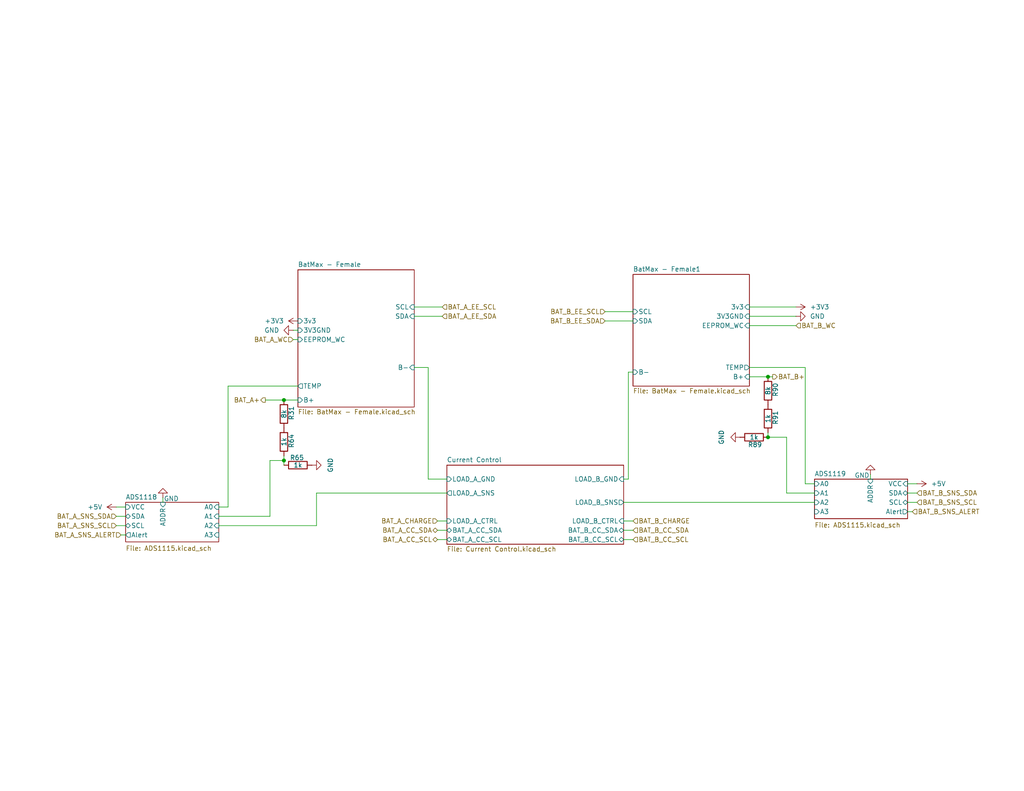
<source format=kicad_sch>
(kicad_sch (version 20250114) (generator "eeschema") (generator_version "9.0")
  (paper "A")
  (lib_symbols
    (symbol "Device:R" (pin_numbers (hide yes)) (pin_names (offset 0))
      (property "Reference" "R" (at 2.032 0 90))
      (property "Value" "R" (at 0 0 90))
      (symbol "R_0_1"
        (rectangle (start -1.016 -2.54) (end 1.016 2.54) (stroke (width 0.254)))
      )
      (symbol "R_1_1"
        (pin passive line (at 0 3.81 270) (length 1.27) (name "~") (number "1"))
        (pin passive line (at 0 -3.81 90) (length 1.27) (name "~") (number "2"))
      )
    )
    (symbol "power:+3V3" (power) (pin_numbers (hide yes)) (pin_names (offset 0) (hide yes))
      (property "Value" "+3V3" (at 0 3.556 0))
      (symbol "+3V3_0_1"
        (polyline (pts (xy -0.762 1.27) (xy 0 2.54)))
        (polyline (pts (xy 0 2.54) (xy 0.762 1.27)))
        (polyline (pts (xy 0 0) (xy 0 2.54)))
      )
      (symbol "+3V3_1_1"
        (pin power_in line (at 0 0 90) (length 0) (name "~") (number "1"))
      )
    )
    (symbol "power:+5V" (power) (pin_numbers (hide yes)) (pin_names (offset 0) (hide yes))
      (property "Value" "+5V" (at 0 3.556 0))
      (symbol "+5V_0_1"
        (polyline (pts (xy -0.762 1.27) (xy 0 2.54)))
        (polyline (pts (xy 0 2.54) (xy 0.762 1.27)))
        (polyline (pts (xy 0 0) (xy 0 2.54)))
      )
      (symbol "+5V_1_1"
        (pin power_in line (at 0 0 90) (length 0) (name "~") (number "1"))
      )
    )
    (symbol "power:GND" (power) (pin_numbers (hide yes)) (pin_names (offset 0) (hide yes))
      (property "Value" "GND" (at 0 -3.81 0))
      (symbol "GND_0_1"
        (polyline (pts (xy 0 0) (xy 0 -1.27) (xy 1.27 -1.27) (xy 0 -2.54) (xy -1.27 -1.27) (xy 0 -1.27)))
      )
      (symbol "GND_1_1"
        (pin power_in line (at 0 0 270) (length 0) (name "~") (number "1"))
      )
    )
  )
  (junction (at 77.47 109.22))
  (junction (at 209.55 119.38))
  (junction (at 77.47 125.73))
  (junction (at 209.55 102.87))
  (wire (pts (xy 248.92 139.7) (xy 247.65 139.7)))
  (wire (pts (xy 33.02 146.05) (xy 34.29 146.05)))
  (wire (pts (xy 62.23 105.41) (xy 62.23 138.43)))
  (wire (pts (xy 165.1 87.63) (xy 172.72 87.63)))
  (wire (pts (xy 73.66 125.73) (xy 77.47 125.73)))
  (wire (pts (xy 80.01 92.71) (xy 81.28 92.71)))
  (wire (pts (xy 219.71 132.08) (xy 222.25 132.08)))
  (wire (pts (xy 116.84 130.81) (xy 121.92 130.81)))
  (wire (pts (xy 113.03 100.33) (xy 116.84 100.33)))
  (wire (pts (xy 86.36 134.62) (xy 86.36 143.51)))
  (wire (pts (xy 250.19 137.16) (xy 247.65 137.16)))
  (wire (pts (xy 172.72 147.32) (xy 170.18 147.32)))
  (wire (pts (xy 217.17 86.36) (xy 204.47 86.36)))
  (wire (pts (xy 86.36 143.51) (xy 59.69 143.51)))
  (wire (pts (xy 209.55 119.38) (xy 214.63 119.38)))
  (wire (pts (xy 204.47 102.87) (xy 209.55 102.87)))
  (wire (pts (xy 77.47 127) (xy 77.47 125.73)))
  (wire (pts (xy 62.23 105.41) (xy 81.28 105.41)))
  (wire (pts (xy 209.55 119.38) (xy 209.55 118.11)))
  (wire (pts (xy 209.55 102.87) (xy 210.82 102.87)))
  (wire (pts (xy 171.45 101.6) (xy 171.45 130.81)))
  (wire (pts (xy 214.63 134.62) (xy 222.25 134.62)))
  (wire (pts (xy 171.45 130.81) (xy 170.18 130.81)))
  (wire (pts (xy 170.18 137.16) (xy 222.25 137.16)))
  (wire (pts (xy 73.66 125.73) (xy 73.66 140.97)))
  (wire (pts (xy 217.17 83.82) (xy 204.47 83.82)))
  (wire (pts (xy 237.49 129.54) (xy 237.49 130.81)))
  (wire (pts (xy 119.38 142.24) (xy 121.92 142.24)))
  (wire (pts (xy 250.19 134.62) (xy 247.65 134.62)))
  (wire (pts (xy 119.38 144.78) (xy 121.92 144.78)))
  (wire (pts (xy 172.72 144.78) (xy 170.18 144.78)))
  (wire (pts (xy 31.75 140.97) (xy 34.29 140.97)))
  (wire (pts (xy 80.01 90.17) (xy 81.28 90.17)))
  (wire (pts (xy 86.36 134.62) (xy 121.92 134.62)))
  (wire (pts (xy 44.45 135.89) (xy 44.45 137.16)))
  (wire (pts (xy 120.65 86.36) (xy 113.03 86.36)))
  (wire (pts (xy 214.63 119.38) (xy 214.63 134.62)))
  (wire (pts (xy 73.66 140.97) (xy 59.69 140.97)))
  (wire (pts (xy 120.65 83.82) (xy 113.03 83.82)))
  (wire (pts (xy 165.1 85.09) (xy 172.72 85.09)))
  (wire (pts (xy 250.19 132.08) (xy 247.65 132.08)))
  (wire (pts (xy 172.72 101.6) (xy 171.45 101.6)))
  (wire (pts (xy 219.71 100.33) (xy 219.71 132.08)))
  (wire (pts (xy 172.72 142.24) (xy 170.18 142.24)))
  (wire (pts (xy 31.75 138.43) (xy 34.29 138.43)))
  (wire (pts (xy 217.17 88.9) (xy 204.47 88.9)))
  (wire (pts (xy 116.84 100.33) (xy 116.84 130.81)))
  (wire (pts (xy 119.38 147.32) (xy 121.92 147.32)))
  (wire (pts (xy 31.75 143.51) (xy 34.29 143.51)))
  (wire (pts (xy 77.47 125.73) (xy 77.47 124.46)))
  (wire (pts (xy 77.47 109.22) (xy 81.28 109.22)))
  (wire (pts (xy 72.39 109.22) (xy 77.47 109.22)))
  (wire (pts (xy 62.23 138.43) (xy 59.69 138.43)))
  (wire (pts (xy 204.47 100.33) (xy 219.71 100.33)))
  (hierarchical_label "BAT_B_WC" (shape input) (at 217.17 88.9 0))
  (hierarchical_label "BAT_B_CC_SCL" (shape input) (at 172.72 147.32 0))
  (hierarchical_label "BAT_B_SNS_ALERT" (shape input) (at 248.92 139.7 0))
  (hierarchical_label "BAT_A_WC" (shape input) (at 80.01 92.71 180))
  (hierarchical_label "BAT_A_SNS_SDA" (shape input) (at 31.75 140.97 180))
  (hierarchical_label "BAT_A_EE_SCL" (shape input) (at 120.65 83.82 0))
  (hierarchical_label "BAT_A+" (shape output) (at 72.39 109.22 180))
  (hierarchical_label "BAT_B_EE_SCL" (shape input) (at 165.1 85.09 180))
  (hierarchical_label "BAT_A_CHARGE" (shape input) (at 119.38 142.24 180))
  (hierarchical_label "BAT_B_SNS_SDA" (shape input) (at 250.19 134.62 0))
  (hierarchical_label "BAT_A_SNS_SCL" (shape input) (at 31.75 143.51 180))
  (hierarchical_label "BAT_A_CC_SDA" (shape bidirectional) (at 119.38 144.78 180))
  (hierarchical_label "BAT_A_SNS_ALERT" (shape input) (at 33.02 146.05 180))
  (hierarchical_label "BAT_B+" (shape output) (at 210.82 102.87 0))
  (hierarchical_label "BAT_A_CC_SCL" (shape bidirectional) (at 119.38 147.32 180))
  (hierarchical_label "BAT_B_EE_SDA" (shape input) (at 165.1 87.63 180))
  (hierarchical_label "BAT_A_EE_SDA" (shape input) (at 120.65 86.36 0))
  (hierarchical_label "BAT_B_CC_SDA" (shape input) (at 172.72 144.78 0))
  (hierarchical_label "BAT_B_CHARGE" (shape input) (at 172.72 142.24 0))
  (hierarchical_label "BAT_B_SNS_SCL" (shape input) (at 250.19 137.16 0))
  (symbol (lib_id "Device:R") (at 209.55 106.68 0) (unit 1)
    (property "Reference" "R90" (at 211.582 106.426 90))
    (property "Value" "8k" (at 209.55 106.68 90))
    (property "Footprint" "Resistor_SMD:R_1206_3216Metric_Pad1.30x1.75mm_HandSolder" (effects (hide yes)))
    (property "Description" "Resistor" (effects (hide yes)))
    (instances (project "Backplane" (path "" (reference "R90") (unit 1)) (path "" (reference "R38") (unit 1))))
  )
  (symbol (lib_id "power:+5V") (at 31.75 138.43 90) (mirror x) (unit 1)
    (property "Reference" "#PWR086" (effects (hide yes)))
    (property "Value" "+5V" (at 27.94 138.4299 90) (effects (justify left)))
    (property "Description" "Power symbol creates a global label with name \"+5V\"" (effects (hide yes)))
    (instances (project "Backplane" (path "" (reference "#PWR086") (unit 1)) (path "" (reference "#PWR083") (unit 1))))
  )
  (symbol (lib_id "power:GND") (at 85.09 127 90) (mirror x) (unit 1)
    (property "Reference" "#PWR0118" (effects (hide yes)))
    (property "Value" "GND" (at 90.17 127 0))
    (property "Description" "Power symbol creates a global label with name \"GND\" , ground" (effects (hide yes)))
    (instances (project "Backplane" (path "" (reference "#PWR0118") (unit 1)) (path "" (reference "#PWR?") (unit 1))))
  )
  (symbol (lib_id "power:GND") (at 201.93 119.38 270) (mirror x) (unit 1)
    (property "Reference" "#PWR0147" (effects (hide yes)))
    (property "Value" "GND" (at 196.85 119.38 0))
    (property "Description" "Power symbol creates a global label with name \"GND\" , ground" (effects (hide yes)))
    (instances (project "Backplane" (path "" (reference "#PWR0147") (unit 1)) (path "" (reference "#PWR064") (unit 1))))
  )
  (symbol (lib_id "power:GND") (at 237.49 129.54 180) (unit 1)
    (property "Reference" "#PWR0150" (effects (hide yes)))
    (property "Value" "GND" (at 235.204 129.794 0))
    (property "Description" "Power symbol creates a global label with name \"GND\" , ground" (effects (hide yes)))
    (instances (project "Backplane" (path "" (reference "#PWR0150") (unit 1)) (path "" (reference "#PWR090") (unit 1))))
  )
  (symbol (lib_id "Device:R") (at 209.55 114.3 0) (unit 1)
    (property "Reference" "R91" (at 211.582 114.046 90))
    (property "Value" "1k" (at 209.55 114.3 90))
    (property "Footprint" "Resistor_SMD:R_1206_3216Metric_Pad1.30x1.75mm_HandSolder" (effects (hide yes)))
    (property "Description" "Resistor" (effects (hide yes)))
    (instances (project "Backplane" (path "" (reference "R91") (unit 1)) (path "" (reference "R39") (unit 1))))
  )
  (symbol (lib_id "Device:R") (at 81.28 127 90) (unit 1)
    (property "Reference" "R65" (at 81.026 124.968 90))
    (property "Value" "1k" (at 81.28 127 90))
    (property "Footprint" "Resistor_SMD:R_1206_3216Metric_Pad1.30x1.75mm_HandSolder" (effects (hide yes)))
    (property "Description" "Resistor" (effects (hide yes)))
    (instances (project "Backplane" (path "" (reference "R65") (unit 1)) (path "" (reference "R32") (unit 1))))
  )
  (symbol (lib_id "Device:R") (at 77.47 113.03 0) (unit 1)
    (property "Reference" "R31" (at 79.502 112.776 90))
    (property "Value" "8k" (at 77.47 113.03 90))
    (property "Footprint" "Resistor_SMD:R_1206_3216Metric_Pad1.30x1.75mm_HandSolder" (effects (hide yes)))
    (property "Description" "Resistor" (effects (hide yes)))
    (instances (project "Backplane" (path "" (reference "R31") (unit 1)) (path "" (reference "R30") (unit 1))))
  )
  (symbol (lib_id "Device:R") (at 77.47 120.65 0) (unit 1)
    (property "Reference" "R64" (at 79.502 120.396 90))
    (property "Value" "1k" (at 77.47 120.65 90))
    (property "Footprint" "Resistor_SMD:R_1206_3216Metric_Pad1.30x1.75mm_HandSolder" (effects (hide yes)))
    (property "Description" "Resistor" (effects (hide yes)))
    (instances (project "Backplane" (path "" (reference "R64") (unit 1)) (path "" (reference "R34") (unit 1))))
  )
  (symbol (lib_id "power:GND") (at 80.01 90.17 270) (mirror x) (unit 1)
    (property "Reference" "#PWR0116" (effects (hide yes)))
    (property "Value" "GND" (at 76.2 90.1699 90) (effects (justify right)))
    (property "Description" "Power symbol creates a global label with name \"GND\" , ground" (effects (hide yes)))
    (instances (project "Backplane" (path "" (reference "#PWR0116") (unit 1)) (path "" (reference "#PWR029") (unit 1))))
  )
  (symbol (lib_id "power:GND") (at 44.45 135.89 0) (mirror x) (unit 1)
    (property "Reference" "#PWR087" (effects (hide yes)))
    (property "Value" "GND" (at 46.736 136.144 0))
    (property "Description" "Power symbol creates a global label with name \"GND\" , ground" (effects (hide yes)))
    (instances (project "Backplane" (path "" (reference "#PWR087") (unit 1)) (path "" (reference "#PWR082") (unit 1))))
  )
  (symbol (lib_id "Device:R") (at 205.74 119.38 270) (unit 1)
    (property "Reference" "R89" (at 205.994 121.412 90))
    (property "Value" "1k" (at 205.74 119.38 90))
    (property "Footprint" "Resistor_SMD:R_1206_3216Metric_Pad1.30x1.75mm_HandSolder" (effects (hide yes)))
    (property "Description" "Resistor" (effects (hide yes)))
    (instances (project "Backplane" (path "" (reference "R89") (unit 1)) (path "" (reference "R40") (unit 1))))
  )
  (symbol (lib_id "power:+3V3") (at 217.17 83.82 270) (unit 1)
    (property "Reference" "#PWR0148" (effects (hide yes)))
    (property "Value" "+3V3" (at 220.98 83.8199 90) (effects (justify left)))
    (property "Description" "Power symbol creates a global label with name \"+3V3\"" (effects (hide yes)))
    (instances (project "Backplane" (path "" (reference "#PWR0148") (unit 1)) (path "" (reference "#PWR030") (unit 1))))
  )
  (symbol (lib_id "power:+3V3") (at 81.28 87.63 90) (mirror x) (unit 1)
    (property "Reference" "#PWR0117" (effects (hide yes)))
    (property "Value" "+3V3" (at 77.47 87.6299 90) (effects (justify left)))
    (property "Description" "Power symbol creates a global label with name \"+3V3\"" (effects (hide yes)))
    (instances (project "Backplane" (path "" (reference "#PWR0117") (unit 1)) (path "" (reference "#PWR028") (unit 1))))
  )
  (symbol (lib_id "power:GND") (at 217.17 86.36 90) (unit 1)
    (property "Reference" "#PWR0149" (effects (hide yes)))
    (property "Value" "GND" (at 220.98 86.3599 90) (effects (justify right)))
    (property "Description" "Power symbol creates a global label with name \"GND\" , ground" (effects (hide yes)))
    (instances (project "Backplane" (path "" (reference "#PWR0149") (unit 1)) (path "" (reference "#PWR031") (unit 1))))
  )
  (symbol (lib_id "power:+5V") (at 250.19 132.08 270) (unit 1)
    (property "Reference" "#PWR0151" (effects (hide yes)))
    (property "Value" "+5V" (at 254 132.0799 90) (effects (justify left)))
    (property "Description" "Power symbol creates a global label with name \"+5V\"" (effects (hide yes)))
    (instances (project "Backplane" (path "" (reference "#PWR0151") (unit 1)) (path "" (reference "#PWR089") (unit 1))))
  )
  (sheet (at 34.29 137.16) (size 25.4 10.795) (stroke (width 0.1524))
    (property "Sheetname" "ADS1118" (at 34.29 136.4484 0) (effects (justify left bottom)))
    (property "Sheetfile" "ADS1115.kicad_sch" (at 34.29 148.971 0) (effects (justify left top)))
    (pin "A0" input (at 59.69 138.43 0))
    (pin "A1" input (at 59.69 140.97 0))
    (pin "A2" input (at 59.69 143.51 0))
    (pin "A3" input (at 59.69 146.05 0))
    (pin "Alert" output (at 34.29 146.05 180))
    (pin "SCL" bidirectional (at 34.29 143.51 180))
    (pin "SDA" bidirectional (at 34.29 140.97 180))
    (pin "ADDR" input (at 44.45 137.16 90))
    (pin "VCC" input (at 34.29 138.43 180))
  )
  (sheet (at 172.72 74.93) (size 31.75 30.48) (stroke (width 0.1524))
    (property "Sheetname" "BatMax - Female1" (at 172.72 74.2184 0) (effects (justify left bottom)))
    (property "Sheetfile" "BatMax - Female.kicad_sch" (at 172.72 105.9946 0) (effects (justify left top)))
    (pin "3v3" input (at 204.47 83.82 0))
    (pin "3V3GND" input (at 204.47 86.36 0))
    (pin "B+" input (at 204.47 102.87 0))
    (pin "B-" input (at 172.72 101.6 180))
    (pin "EEPROM_WC" input (at 204.47 88.9 0))
    (pin "SCL" input (at 172.72 85.09 180))
    (pin "SDA" input (at 172.72 87.63 180))
    (pin "TEMP" output (at 204.47 100.33 0))
  )
  (sheet (at 222.25 130.81) (size 25.4 10.795) (stroke (width 0.1524))
    (property "Sheetname" "ADS1119" (at 222.25 130.0984 0) (effects (justify left bottom)))
    (property "Sheetfile" "ADS1115.kicad_sch" (at 222.25 142.621 0) (effects (justify left top)))
    (pin "A0" input (at 222.25 132.08 180))
    (pin "A1" input (at 222.25 134.62 180))
    (pin "A2" input (at 222.25 137.16 180))
    (pin "A3" input (at 222.25 139.7 180))
    (pin "Alert" output (at 247.65 139.7 0))
    (pin "SCL" bidirectional (at 247.65 137.16 0))
    (pin "SDA" bidirectional (at 247.65 134.62 0))
    (pin "ADDR" input (at 237.49 130.81 90))
    (pin "VCC" input (at 247.65 132.08 0))
  )
  (sheet (at 81.28 73.66) (size 31.75 37.465) (stroke (width 0.1524))
    (property "Sheetname" "BatMax - Female" (at 81.28 72.9484 0) (effects (justify left bottom)))
    (property "Sheetfile" "BatMax - Female.kicad_sch" (at 81.28 111.7096 0) (effects (justify left top)))
    (pin "3v3" input (at 81.28 87.63 180))
    (pin "3V3GND" input (at 81.28 90.17 180))
    (pin "B+" input (at 81.28 109.22 180))
    (pin "B-" input (at 113.03 100.33 0))
    (pin "EEPROM_WC" input (at 81.28 92.71 180))
    (pin "SCL" input (at 113.03 83.82 0))
    (pin "SDA" input (at 113.03 86.36 0))
    (pin "TEMP" output (at 81.28 105.41 180))
  )
  (sheet (at 121.92 127) (size 48.26 21.59) (stroke (width 0.1524))
    (property "Sheetname" "Current Control" (at 121.92 126.2884 0) (effects (justify left bottom)))
    (property "Sheetfile" "Current Control.kicad_sch" (at 121.92 149.1746 0) (effects (justify left top)))
    (pin "LOAD_A_GND" input (at 121.92 130.81 180))
    (pin "LOAD_B_GND" input (at 170.18 130.81 0))
    (pin "LOAD_B_SNS" output (at 170.18 137.16 0))
    (pin "LOAD_B_CTRL" input (at 170.18 142.24 0))
    (pin "LOAD_A_CTRL" input (at 121.92 142.24 180))
    (pin "BAT_A_CC_SCL" bidirectional (at 121.92 147.32 180))
    (pin "BAT_B_CC_SCL" bidirectional (at 170.18 147.32 0))
    (pin "BAT_A_CC_SDA" bidirectional (at 121.92 144.78 180))
    (pin "LOAD_A_SNS" output (at 121.92 134.62 180))
    (pin "BAT_B_CC_SDA" bidirectional (at 170.18 144.78 0))
  )
)
</source>
